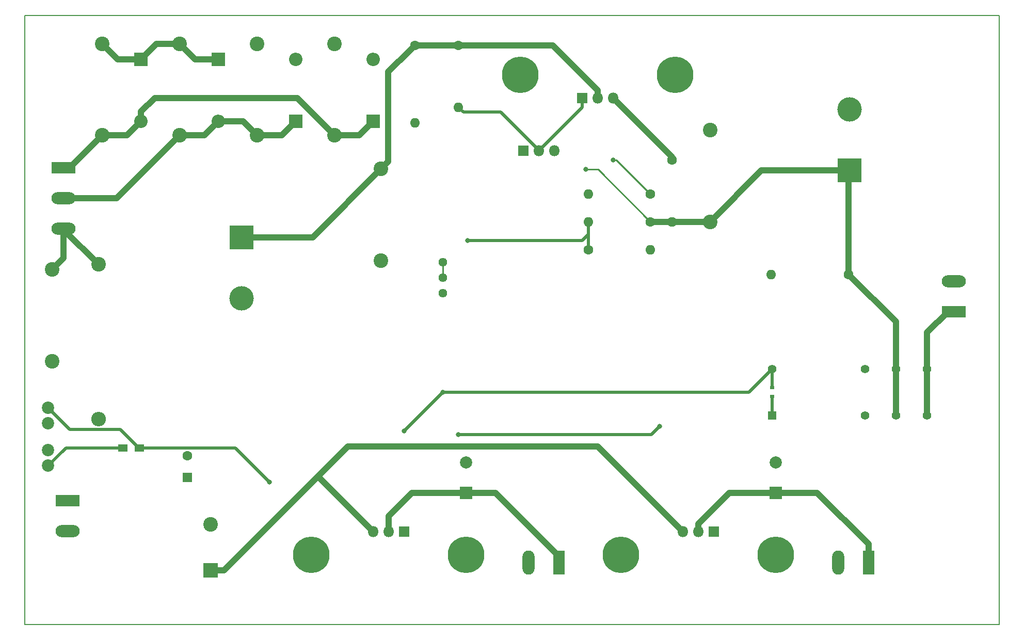
<source format=gbr>
%TF.GenerationSoftware,KiCad,Pcbnew,(5.1.2)-2*%
%TF.CreationDate,2019-08-07T11:35:21+02:00*%
%TF.ProjectId,PowerSupply-6SN7,506f7765-7253-4757-9070-6c792d36534e,rev?*%
%TF.SameCoordinates,Original*%
%TF.FileFunction,Copper,L2,Bot*%
%TF.FilePolarity,Positive*%
%FSLAX46Y46*%
G04 Gerber Fmt 4.6, Leading zero omitted, Abs format (unit mm)*
G04 Created by KiCad (PCBNEW (5.1.2)-2) date 2019-08-07 11:35:21*
%MOMM*%
%LPD*%
G04 APERTURE LIST*
%ADD10C,0.150000*%
%ADD11C,1.600000*%
%ADD12O,1.600000X1.600000*%
%ADD13R,3.960000X1.980000*%
%ADD14O,3.960000X1.980000*%
%ADD15R,1.600000X1.600000*%
%ADD16C,1.440000*%
%ADD17R,1.800000X1.800000*%
%ADD18O,1.800000X1.800000*%
%ADD19C,2.400000*%
%ADD20C,5.999480*%
%ADD21R,4.000000X4.000000*%
%ADD22C,4.000000*%
%ADD23R,1.980000X3.960000*%
%ADD24O,1.980000X3.960000*%
%ADD25O,2.400000X2.400000*%
%ADD26R,2.000000X2.000000*%
%ADD27C,2.000000*%
%ADD28R,2.400000X2.400000*%
%ADD29R,1.500000X1.300000*%
%ADD30C,2.020000*%
%ADD31R,0.700000X0.600000*%
%ADD32R,1.400000X1.400000*%
%ADD33C,1.400000*%
%ADD34R,2.200000X2.200000*%
%ADD35O,2.200000X2.200000*%
%ADD36C,0.800000*%
%ADD37C,0.500000*%
%ADD38C,1.000000*%
%ADD39C,0.250000*%
G04 APERTURE END LIST*
D10*
X55075000Y-144925000D02*
X214925000Y-144925000D01*
X55075000Y-45075000D02*
X55075000Y-144925000D01*
X214925000Y-45075000D02*
X55075000Y-45075000D01*
X214925000Y-144925000D02*
X214925000Y-45075000D01*
D11*
X190208000Y-87526000D03*
D12*
X177508000Y-87526000D03*
D13*
X62065000Y-124610000D03*
D14*
X62065000Y-129610000D03*
D15*
X81750000Y-120800000D03*
D11*
X81750000Y-117300000D03*
D13*
X207480000Y-93622000D03*
D14*
X207480000Y-88622000D03*
D16*
X123660000Y-85494000D03*
X123660000Y-88034000D03*
X123660000Y-90574000D03*
D11*
X157696000Y-74318000D03*
D12*
X147536000Y-74318000D03*
D11*
X126200000Y-49934000D03*
D12*
X126200000Y-60094000D03*
D11*
X119088000Y-49934000D03*
D12*
X119088000Y-62634000D03*
D11*
X147536000Y-83462000D03*
D12*
X157696000Y-83462000D03*
D11*
X157696000Y-78890000D03*
D12*
X147536000Y-78890000D03*
D11*
X161252000Y-68730000D03*
D12*
X161252000Y-78890000D03*
D17*
X136868000Y-67206000D03*
D18*
X139408000Y-67206000D03*
X141948000Y-67206000D03*
D19*
X167475000Y-78890000D03*
X167475000Y-63890000D03*
D17*
X146520000Y-58570000D03*
D18*
X149060000Y-58570000D03*
X151600000Y-58570000D03*
D20*
X161760000Y-54760000D03*
X136360000Y-54760000D03*
D21*
X190335000Y-70475000D03*
D22*
X190335000Y-60475000D03*
D19*
X113500000Y-85240000D03*
X113500000Y-70240000D03*
D21*
X90640000Y-81430000D03*
D22*
X90640000Y-91430000D03*
D13*
X61430000Y-70000000D03*
D14*
X61430000Y-75000000D03*
X61430000Y-80000000D03*
D19*
X93180000Y-49680000D03*
X93180000Y-64680000D03*
X105880000Y-49680000D03*
X105880000Y-64680000D03*
X80480000Y-49680000D03*
X80480000Y-64680000D03*
X67780000Y-49680000D03*
X67780000Y-64680000D03*
D23*
X193510000Y-134770000D03*
D24*
X188510000Y-134770000D03*
D19*
X67145000Y-85875000D03*
D25*
X67145000Y-111275000D03*
D19*
X59525000Y-86750000D03*
X59525000Y-101750000D03*
D23*
X142710000Y-134770000D03*
D24*
X137710000Y-134770000D03*
D17*
X168110000Y-129690000D03*
D18*
X165570000Y-129690000D03*
X163030000Y-129690000D03*
D20*
X178270000Y-133500000D03*
X152870000Y-133500000D03*
D26*
X178270000Y-123340000D03*
D27*
X178270000Y-118340000D03*
D26*
X127470000Y-123340000D03*
D27*
X127470000Y-118340000D03*
D28*
X85560000Y-136040000D03*
D19*
X85560000Y-128540000D03*
D20*
X102070000Y-133500000D03*
X127470000Y-133500000D03*
D17*
X117310000Y-129690000D03*
D18*
X114770000Y-129690000D03*
X112230000Y-129690000D03*
D29*
X71176000Y-115974000D03*
X73876000Y-115974000D03*
D30*
X58890000Y-116355000D03*
X58890000Y-118895000D03*
D31*
X177635000Y-107530000D03*
X177635000Y-106130000D03*
D30*
X58890000Y-111910000D03*
X58890000Y-109370000D03*
D32*
X177635000Y-110640000D03*
D33*
X177635000Y-103020000D03*
X197945000Y-110640000D03*
X203035000Y-110640000D03*
X192875000Y-110640000D03*
X197965000Y-103010000D03*
X203045000Y-103010000D03*
X192875000Y-103020000D03*
D34*
X86830000Y-52220000D03*
D35*
X86830000Y-62380000D03*
D34*
X99530000Y-62380000D03*
D35*
X99530000Y-52220000D03*
D34*
X112230000Y-62380000D03*
D35*
X112230000Y-52220000D03*
D34*
X74130000Y-52220000D03*
D35*
X74130000Y-62380000D03*
D36*
X126200000Y-113815000D03*
X159220000Y-112418000D03*
X117310000Y-113180000D03*
X123660000Y-106830000D03*
X95212000Y-121562000D03*
X151600000Y-68730000D03*
X127724000Y-81938000D03*
X147094000Y-70282000D03*
D37*
X126200000Y-113815000D02*
X156045000Y-113815000D01*
X156045000Y-113815000D02*
X157823000Y-113815000D01*
X157823000Y-113815000D02*
X159220000Y-112418000D01*
X177635000Y-110640000D02*
X177635000Y-107530000D01*
X61811000Y-115974000D02*
X58890000Y-118895000D01*
X71176000Y-115974000D02*
X61811000Y-115974000D01*
D38*
X61430000Y-84845000D02*
X59525000Y-86750000D01*
X61430000Y-80000000D02*
X61430000Y-84845000D01*
X61430000Y-80160000D02*
X67145000Y-85875000D01*
X61430000Y-80000000D02*
X61430000Y-80160000D01*
X85560000Y-136040000D02*
X87760000Y-136040000D01*
X87760000Y-136040000D02*
X103170000Y-120630000D01*
X149060000Y-115720000D02*
X155410000Y-122070000D01*
X108080000Y-115720000D02*
X149060000Y-115720000D01*
X155410000Y-122070000D02*
X163030000Y-129690000D01*
X112230000Y-129690000D02*
X103170000Y-120630000D01*
X103170000Y-120630000D02*
X108080000Y-115720000D01*
X114770000Y-129690000D02*
X114770000Y-127150000D01*
X118580000Y-123340000D02*
X127470000Y-123340000D01*
X114770000Y-127150000D02*
X118580000Y-123340000D01*
X142710000Y-133780000D02*
X142710000Y-134770000D01*
X132270000Y-123340000D02*
X142710000Y-133780000D01*
X127470000Y-123340000D02*
X132270000Y-123340000D01*
X180270000Y-123340000D02*
X178270000Y-123340000D01*
X185060000Y-123340000D02*
X180270000Y-123340000D01*
X193510000Y-131790000D02*
X185060000Y-123340000D01*
X193510000Y-134770000D02*
X193510000Y-131790000D01*
X165570000Y-128417208D02*
X165570000Y-129690000D01*
X170647208Y-123340000D02*
X165570000Y-128417208D01*
X178270000Y-123340000D02*
X170647208Y-123340000D01*
D37*
X117310000Y-113180000D02*
X123660000Y-106830000D01*
X173825000Y-106830000D02*
X177635000Y-103020000D01*
X123660000Y-106830000D02*
X173825000Y-106830000D01*
X177635000Y-106130000D02*
X177635000Y-103020000D01*
X89624000Y-115974000D02*
X73876000Y-115974000D01*
X95212000Y-121562000D02*
X89624000Y-115974000D01*
X59899999Y-110379999D02*
X58890000Y-109370000D01*
X62445001Y-112925001D02*
X59899999Y-110379999D01*
X70727001Y-112925001D02*
X62445001Y-112925001D01*
X73776000Y-115974000D02*
X70727001Y-112925001D01*
X73876000Y-115974000D02*
X73776000Y-115974000D01*
D38*
X83020000Y-52220000D02*
X80480000Y-49680000D01*
X86830000Y-52220000D02*
X83020000Y-52220000D01*
X76670000Y-49680000D02*
X74130000Y-52220000D01*
X80480000Y-49680000D02*
X76670000Y-49680000D01*
X70320000Y-52220000D02*
X67780000Y-49680000D01*
X74130000Y-52220000D02*
X70320000Y-52220000D01*
X102310000Y-81430000D02*
X113500000Y-70240000D01*
X90640000Y-81430000D02*
X102310000Y-81430000D01*
X118288001Y-50733999D02*
X119088000Y-49934000D01*
X114699999Y-54322001D02*
X118288001Y-50733999D01*
X114699999Y-69040001D02*
X114699999Y-54322001D01*
X113500000Y-70240000D02*
X114699999Y-69040001D01*
X119088000Y-49934000D02*
X126200000Y-49934000D01*
X149060000Y-57297208D02*
X149060000Y-58570000D01*
X141696792Y-49934000D02*
X149060000Y-57297208D01*
X126200000Y-49934000D02*
X141696792Y-49934000D01*
X62460000Y-70000000D02*
X67780000Y-64680000D01*
X61430000Y-70000000D02*
X62460000Y-70000000D01*
X71830000Y-64680000D02*
X74130000Y-62380000D01*
X67780000Y-64680000D02*
X71830000Y-64680000D01*
X74130000Y-60824366D02*
X76384366Y-58570000D01*
X74130000Y-62380000D02*
X74130000Y-60824366D01*
X99770000Y-58570000D02*
X105880000Y-64680000D01*
X76384366Y-58570000D02*
X99770000Y-58570000D01*
X109930000Y-64680000D02*
X112230000Y-62380000D01*
X105880000Y-64680000D02*
X109930000Y-64680000D01*
X70160000Y-75000000D02*
X80480000Y-64680000D01*
X61430000Y-75000000D02*
X70160000Y-75000000D01*
X84530000Y-64680000D02*
X86830000Y-62380000D01*
X80480000Y-64680000D02*
X84530000Y-64680000D01*
X90880000Y-62380000D02*
X93180000Y-64680000D01*
X86830000Y-62380000D02*
X90880000Y-62380000D01*
X97230000Y-64680000D02*
X99530000Y-62380000D01*
X93180000Y-64680000D02*
X97230000Y-64680000D01*
D37*
X138508001Y-66306001D02*
X139408000Y-67206000D01*
X133095999Y-60893999D02*
X138508001Y-66306001D01*
X126999999Y-60893999D02*
X133095999Y-60893999D01*
X126200000Y-60094000D02*
X126999999Y-60893999D01*
X146520000Y-60094000D02*
X146520000Y-58570000D01*
X139408000Y-67206000D02*
X146520000Y-60094000D01*
D39*
X152108000Y-68730000D02*
X151600000Y-68730000D01*
X157696000Y-74318000D02*
X152108000Y-68730000D01*
D38*
X161252000Y-68222000D02*
X161252000Y-68730000D01*
X151600000Y-58570000D02*
X161252000Y-68222000D01*
D37*
X146520000Y-81938000D02*
X147536000Y-80922000D01*
X127724000Y-81938000D02*
X146520000Y-81938000D01*
X147536000Y-78890000D02*
X147536000Y-80922000D01*
X147536000Y-80922000D02*
X147536000Y-83462000D01*
D39*
X123660000Y-85494000D02*
X123660000Y-88034000D01*
D38*
X157696000Y-78890000D02*
X161252000Y-78890000D01*
X161252000Y-78890000D02*
X167475000Y-78890000D01*
X197945000Y-103030000D02*
X197965000Y-103010000D01*
X197945000Y-110640000D02*
X197945000Y-103030000D01*
X190208000Y-70602000D02*
X190335000Y-70475000D01*
X190208000Y-87526000D02*
X190208000Y-70602000D01*
X197965000Y-95283000D02*
X190208000Y-87526000D01*
X197965000Y-103010000D02*
X197965000Y-95283000D01*
X175890000Y-70475000D02*
X190335000Y-70475000D01*
X167475000Y-78890000D02*
X175890000Y-70475000D01*
D39*
X149088000Y-70282000D02*
X147094000Y-70282000D01*
X157696000Y-78890000D02*
X149088000Y-70282000D01*
D38*
X203035000Y-103020000D02*
X203045000Y-103010000D01*
X203035000Y-110640000D02*
X203035000Y-103020000D01*
X206490000Y-93622000D02*
X207480000Y-93622000D01*
X203045000Y-97067000D02*
X206490000Y-93622000D01*
X203045000Y-103010000D02*
X203045000Y-97067000D01*
M02*

</source>
